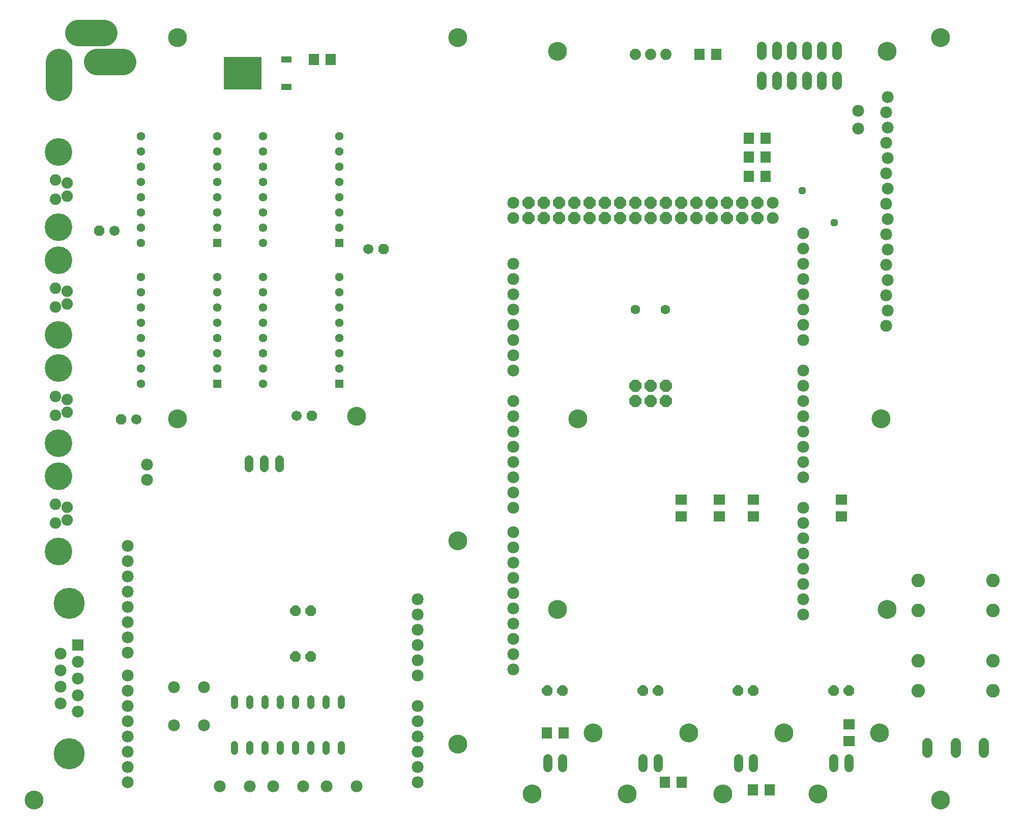
<source format=gbr>
G04 EAGLE Gerber RS-274X export*
G75*
%MOMM*%
%FSLAX34Y34*%
%LPD*%
%INSoldermask Bottom*%
%IPPOS*%
%AMOC8*
5,1,8,0,0,1.08239X$1,22.5*%
G01*
%ADD10C,3.149600*%
%ADD11C,1.981200*%
%ADD12P,2.144431X8X202.500000*%
%ADD13C,1.601600*%
%ADD14P,1.319650X8X157.500000*%
%ADD15C,1.524000*%
%ADD16P,1.924489X8X202.500000*%
%ADD17R,1.901600X1.701600*%
%ADD18C,1.219200*%
%ADD19R,1.981200X1.981200*%
%ADD20C,5.181600*%
%ADD21C,1.606400*%
%ADD22C,1.879600*%
%ADD23C,1.422400*%
%ADD24C,1.701800*%
%ADD25R,1.701600X1.901600*%
%ADD26P,1.924489X8X22.500000*%
%ADD27C,4.419600*%
%ADD28C,2.260600*%
%ADD29R,6.301600X5.501600*%
%ADD30R,1.701600X1.101600*%
%ADD31R,1.426400X1.426400*%
%ADD32C,1.426400*%
%ADD33C,1.901600*%
%ADD34C,4.601600*%
%ADD35P,1.842011X8X202.500000*%
%ADD36C,1.701800*%
%ADD37P,1.842011X8X22.500000*%


D10*
X1454150Y351790D03*
X905510Y1281430D03*
X905510Y351790D03*
X1454150Y1281430D03*
X1543050Y34290D03*
X739775Y127000D03*
X273050Y669290D03*
X34290Y34290D03*
X273050Y1304290D03*
X739775Y1304290D03*
X1543050Y1304290D03*
X739775Y466090D03*
X939800Y669290D03*
X571500Y673100D03*
X1444625Y669290D03*
D11*
X222885Y592455D03*
X222885Y567055D03*
X1314450Y825500D03*
X1314450Y850900D03*
X1314450Y876300D03*
X1314450Y901700D03*
X1314450Y927100D03*
X1314450Y952500D03*
X1314450Y977900D03*
X1314450Y800100D03*
X831850Y774700D03*
X831850Y800100D03*
X831850Y825500D03*
X831850Y850900D03*
X831850Y876300D03*
X831850Y901700D03*
X831850Y927100D03*
X831850Y749300D03*
X1314450Y596900D03*
X1314450Y622300D03*
X1314450Y647700D03*
X1314450Y673100D03*
X1314450Y698500D03*
X1314450Y723900D03*
X1314450Y749300D03*
X1314450Y571500D03*
X831850Y546100D03*
X831850Y571500D03*
X831850Y596900D03*
X831850Y622300D03*
X831850Y647700D03*
X831850Y673100D03*
X831850Y698500D03*
X831850Y520700D03*
X831850Y327660D03*
X831850Y353060D03*
X831850Y378460D03*
X831850Y403860D03*
X831850Y429260D03*
X831850Y454660D03*
X831850Y480060D03*
X831850Y302260D03*
D12*
X1035050Y1028700D03*
X1035050Y1003300D03*
X1009650Y1028700D03*
X1009650Y1003300D03*
X984250Y1028700D03*
X984250Y1003300D03*
X958850Y1028700D03*
X958850Y1003300D03*
X933450Y1028700D03*
X933450Y1003300D03*
X908050Y1028700D03*
X908050Y1003300D03*
X882650Y1028700D03*
X882650Y1003300D03*
X857250Y1028700D03*
X857250Y1003300D03*
X1238250Y1028700D03*
X1238250Y1003300D03*
X1212850Y1028700D03*
X1212850Y1003300D03*
X1187450Y1028700D03*
X1187450Y1003300D03*
X1162050Y1028700D03*
X1162050Y1003300D03*
X1136650Y1028700D03*
X1136650Y1003300D03*
X1111250Y1028700D03*
X1111250Y1003300D03*
X1085850Y1028700D03*
X1085850Y1003300D03*
X1060450Y1028700D03*
X1060450Y1003300D03*
D11*
X1263650Y1003300D03*
X1263650Y1028700D03*
X831850Y1003300D03*
X831850Y1028700D03*
X1314450Y393700D03*
X1314450Y419100D03*
X1314450Y444500D03*
X1314450Y469900D03*
X1314450Y495300D03*
X1314450Y520700D03*
X831850Y276860D03*
X831850Y251460D03*
X1314450Y368300D03*
X1314450Y342900D03*
D12*
X1085850Y723900D03*
X1085850Y698500D03*
X1060450Y723900D03*
X1060450Y698500D03*
X1035050Y723900D03*
X1035050Y698500D03*
D11*
X673100Y368300D03*
X673100Y342900D03*
X673100Y317500D03*
X673100Y292100D03*
X673100Y266700D03*
X673100Y241300D03*
X673100Y190500D03*
X673100Y165100D03*
X673100Y139700D03*
X673100Y114300D03*
X673100Y88900D03*
X673100Y63500D03*
X190500Y63500D03*
X190500Y88900D03*
X190500Y114300D03*
X190500Y139700D03*
X190500Y165100D03*
X190500Y190500D03*
X190500Y215900D03*
X190500Y241300D03*
X190500Y279400D03*
X190500Y304800D03*
X190500Y330200D03*
X190500Y355600D03*
X190500Y381000D03*
X190500Y406400D03*
X190500Y431800D03*
X190500Y457200D03*
D13*
X1035150Y850900D03*
X1085750Y850900D03*
D14*
X1366791Y995409D03*
X1312909Y1049291D03*
D11*
X1455420Y1205230D03*
X1452880Y1179830D03*
X1455420Y1154430D03*
X1452880Y1129030D03*
X1455420Y1103630D03*
X1452880Y1078230D03*
X1455420Y1052830D03*
X1452880Y1027430D03*
X1455420Y1002030D03*
X1452880Y976630D03*
X1455420Y951230D03*
X1452880Y925830D03*
X1455420Y900430D03*
X1452880Y875030D03*
X1455420Y849630D03*
X1452880Y824230D03*
D15*
X914400Y102362D02*
X914400Y88138D01*
X889480Y88138D02*
X889480Y102362D01*
D10*
X965162Y145504D03*
X863511Y44234D03*
D15*
X1231900Y88138D02*
X1231900Y102362D01*
X1206980Y102362D02*
X1206980Y88138D01*
D10*
X1282662Y145504D03*
X1181011Y44234D03*
D15*
X1390650Y88138D02*
X1390650Y102362D01*
X1365730Y102362D02*
X1365730Y88138D01*
D10*
X1441412Y145504D03*
X1339761Y44234D03*
D15*
X1073150Y88138D02*
X1073150Y102362D01*
X1048230Y102362D02*
X1048230Y88138D01*
D10*
X1123912Y145504D03*
X1022261Y44234D03*
D16*
X914400Y215900D03*
X889000Y215900D03*
D17*
X1111250Y506700D03*
X1111250Y534700D03*
D16*
X1073150Y215900D03*
X1047750Y215900D03*
D17*
X1174750Y506700D03*
X1174750Y534700D03*
D16*
X1231900Y215900D03*
X1206500Y215900D03*
D17*
X1231900Y506700D03*
X1231900Y534700D03*
D16*
X1390650Y215900D03*
X1365250Y215900D03*
D17*
X1377950Y506700D03*
X1377950Y534700D03*
D11*
X1406525Y1152652D03*
X1406525Y1181608D03*
X343300Y57150D03*
X393300Y57150D03*
X432200Y57150D03*
X482200Y57150D03*
D18*
X368300Y115062D02*
X368300Y126238D01*
X393700Y126238D02*
X393700Y115062D01*
X419100Y115062D02*
X419100Y126238D01*
X444500Y126238D02*
X444500Y115062D01*
X469900Y115062D02*
X469900Y126238D01*
X495300Y126238D02*
X495300Y115062D01*
X520700Y115062D02*
X520700Y126238D01*
X546100Y126238D02*
X546100Y115062D01*
X546100Y191262D02*
X546100Y202438D01*
X520700Y202438D02*
X520700Y191262D01*
X495300Y191262D02*
X495300Y202438D01*
X469900Y202438D02*
X469900Y191262D01*
X444500Y191262D02*
X444500Y202438D01*
X419100Y202438D02*
X419100Y191262D01*
X393700Y191262D02*
X393700Y202438D01*
X368300Y202438D02*
X368300Y191262D01*
D11*
X571100Y57150D03*
X521100Y57150D03*
X317100Y158750D03*
X267100Y158750D03*
D19*
X107180Y291725D03*
D11*
X107180Y264025D03*
X107180Y236325D03*
X107180Y208625D03*
X107180Y180925D03*
X78780Y277825D03*
X78780Y250125D03*
X78780Y222525D03*
X78780Y194825D03*
D20*
X92980Y361325D03*
X92980Y111325D03*
D21*
X1245600Y1224776D02*
X1245600Y1239824D01*
X1245600Y1274776D02*
X1245600Y1289824D01*
X1270600Y1239824D02*
X1270600Y1224776D01*
X1270600Y1274776D02*
X1270600Y1289824D01*
X1295600Y1239824D02*
X1295600Y1224776D01*
X1295600Y1274776D02*
X1295600Y1289824D01*
X1320600Y1239824D02*
X1320600Y1224776D01*
X1320600Y1274776D02*
X1320600Y1289824D01*
X1345600Y1239824D02*
X1345600Y1224776D01*
X1345600Y1274776D02*
X1345600Y1289824D01*
X1370600Y1239824D02*
X1370600Y1224776D01*
X1370600Y1274776D02*
X1370600Y1289824D01*
D22*
X1060450Y1276350D03*
X1035050Y1276350D03*
X1085850Y1276350D03*
D23*
X391795Y600964D02*
X391795Y587756D01*
X417195Y587756D02*
X417195Y600964D01*
X442595Y600964D02*
X442595Y587756D01*
D24*
X1568450Y128651D02*
X1568450Y112649D01*
X1521460Y112649D02*
X1521460Y128651D01*
X1615440Y128651D02*
X1615440Y112649D01*
D11*
X317100Y222250D03*
X267100Y222250D03*
D25*
X1112550Y63500D03*
X1084550Y63500D03*
D17*
X1390650Y132050D03*
X1390650Y160050D03*
D25*
X887700Y146050D03*
X915700Y146050D03*
X1230600Y50800D03*
X1258600Y50800D03*
X1141700Y1276350D03*
X1169700Y1276350D03*
X1224250Y1104900D03*
X1252250Y1104900D03*
X1224250Y1136650D03*
X1252250Y1136650D03*
X1224250Y1073150D03*
X1252250Y1073150D03*
D26*
X469900Y349250D03*
X495300Y349250D03*
X469900Y273050D03*
X495300Y273050D03*
D27*
X182880Y1263650D02*
X139700Y1263650D01*
X76200Y1263650D02*
X76200Y1220470D01*
X107950Y1311910D02*
X151130Y1311910D01*
D28*
X1630950Y216300D03*
X1630950Y266300D03*
X1505950Y266300D03*
X1505950Y216300D03*
X1630950Y349650D03*
X1630950Y399650D03*
X1505950Y399650D03*
X1505950Y349650D03*
D29*
X381400Y1244600D03*
D30*
X454400Y1267400D03*
X454400Y1221800D03*
D25*
X500350Y1267460D03*
X528350Y1267460D03*
D31*
X339725Y962025D03*
D32*
X339725Y987425D03*
X339725Y1012825D03*
X339725Y1038225D03*
X339725Y1063625D03*
X339725Y1089025D03*
X339725Y1114425D03*
X339725Y1139825D03*
X212725Y1139825D03*
X212725Y1114425D03*
X212725Y1089025D03*
X212725Y1063625D03*
X212725Y1038225D03*
X212725Y1012825D03*
X212725Y987425D03*
X212725Y962025D03*
D31*
X542925Y962025D03*
D32*
X542925Y987425D03*
X542925Y1012825D03*
X542925Y1038225D03*
X542925Y1063625D03*
X542925Y1089025D03*
X542925Y1114425D03*
X542925Y1139825D03*
X415925Y1139825D03*
X415925Y1114425D03*
X415925Y1089025D03*
X415925Y1063625D03*
X415925Y1038225D03*
X415925Y1012825D03*
X415925Y987425D03*
X415925Y962025D03*
D31*
X339725Y727075D03*
D32*
X339725Y752475D03*
X339725Y777875D03*
X339725Y803275D03*
X339725Y828675D03*
X339725Y854075D03*
X339725Y879475D03*
X339725Y904875D03*
X212725Y904875D03*
X212725Y879475D03*
X212725Y854075D03*
X212725Y828675D03*
X212725Y803275D03*
X212725Y777875D03*
X212725Y752475D03*
X212725Y727075D03*
D31*
X542925Y727075D03*
D32*
X542925Y752475D03*
X542925Y777875D03*
X542925Y803275D03*
X542925Y828675D03*
X542925Y854075D03*
X542925Y879475D03*
X542925Y904875D03*
X415925Y904875D03*
X415925Y879475D03*
X415925Y854075D03*
X415925Y828675D03*
X415925Y803275D03*
X415925Y777875D03*
X415925Y752475D03*
X415925Y727075D03*
D33*
X90000Y1040000D03*
X90000Y1061500D03*
X70500Y1035000D03*
X70500Y1066500D03*
D34*
X75500Y988250D03*
X75500Y1113250D03*
D33*
X90000Y860000D03*
X90000Y881500D03*
X70500Y855000D03*
X70500Y886500D03*
D34*
X75500Y808250D03*
X75500Y933250D03*
D33*
X90000Y680000D03*
X90000Y701500D03*
X70500Y675000D03*
X70500Y706500D03*
D34*
X75500Y628250D03*
X75500Y753250D03*
D33*
X90000Y500000D03*
X90000Y521500D03*
X70500Y495000D03*
X70500Y526500D03*
D34*
X75500Y448250D03*
X75500Y573250D03*
D35*
X179300Y668000D03*
D36*
X204700Y668000D03*
D37*
X616700Y952000D03*
D36*
X591300Y952000D03*
D35*
X143300Y982000D03*
D36*
X168700Y982000D03*
D37*
X496700Y674000D03*
D36*
X471300Y674000D03*
M02*

</source>
